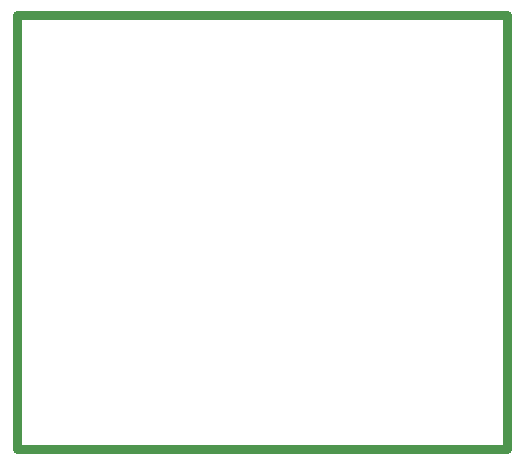
<source format=gko>
%FSLAX25Y25*%
%MOIN*%
G70*
G01*
G75*
G04 Layer_Color=16711935*
%ADD10R,0.05118X0.03937*%
%ADD11R,0.05118X0.09843*%
%ADD12R,0.05118X0.06299*%
%ADD13R,0.03937X0.05118*%
%ADD14R,0.05512X0.19685*%
%ADD15R,0.05512X0.05512*%
%ADD16R,0.03937X0.03937*%
%ADD17R,0.06299X0.01969*%
%ADD18R,0.15748X0.06299*%
%ADD19R,0.05118X0.03150*%
%ADD20R,0.09055X0.05118*%
%ADD21R,0.07874X0.12598*%
%ADD22R,0.12598X0.07874*%
%ADD23C,0.03937*%
%ADD24C,0.02284*%
%ADD25C,0.01000*%
%ADD26C,0.01969*%
%ADD27C,0.02953*%
%ADD28C,0.02756*%
%ADD29C,0.01890*%
%ADD30C,0.03150*%
%ADD31R,0.01181X0.09449*%
%ADD32R,0.01181X0.09449*%
%ADD33C,0.03937*%
%ADD34R,0.03937X0.03937*%
%ADD35C,0.01772*%
%ADD36C,0.03347*%
%ADD37C,0.00787*%
%ADD38R,0.17323X0.03543*%
%ADD39R,0.11024X0.11024*%
%ADD40R,0.28346X0.03937*%
%ADD41R,0.03150X0.07087*%
%ADD42R,0.03150X0.07480*%
%ADD43R,0.02756X0.07087*%
%ADD44R,0.03150X0.07480*%
%ADD45R,0.01969X0.10236*%
%ADD46R,0.05918X0.04737*%
%ADD47R,0.05918X0.10642*%
%ADD48R,0.05918X0.07099*%
%ADD49R,0.04737X0.05918*%
%ADD50R,0.06312X0.20485*%
%ADD51R,0.06312X0.06312*%
%ADD52R,0.04737X0.04737*%
%ADD53R,0.07099X0.02769*%
%ADD54R,0.16548X0.07099*%
%ADD55R,0.05918X0.03950*%
%ADD56R,0.09855X0.05918*%
%ADD57R,0.08674X0.13398*%
%ADD58R,0.13398X0.08674*%
%ADD59R,0.04737X0.04737*%
%ADD60C,0.00984*%
%ADD61R,0.18504X0.03543*%
%ADD62R,0.21654X0.06693*%
%ADD63R,0.17323X0.07087*%
%ADD64R,0.18110X0.08268*%
%ADD65R,0.50394X0.04331*%
%ADD66R,0.09449X0.46850*%
%ADD67R,0.24016X0.04331*%
%ADD68R,0.18504X0.04724*%
%ADD69R,0.07087X0.51181*%
%ADD70R,0.52362X0.10236*%
%ADD71R,0.13780X0.51575*%
%ADD72R,0.28346X0.12992*%
%ADD73R,0.13780X0.11024*%
%ADD74R,0.10630X0.30709*%
%ADD75R,0.14173X0.14961*%
%ADD76R,0.03150X0.33071*%
%ADD77R,0.23228X0.11024*%
%ADD78R,0.04724X0.18110*%
%ADD79R,0.15354X0.15748*%
%ADD80R,0.24803X0.51968*%
D27*
X327953Y243307D02*
Y388189D01*
Y243307D02*
X491339D01*
Y388189D01*
X327953D02*
X491339D01*
M02*

</source>
